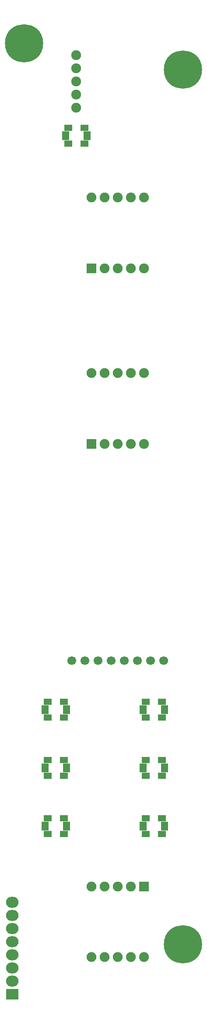
<source format=gbr>
G04 #@! TF.FileFunction,Soldermask,Top*
%FSLAX46Y46*%
G04 Gerber Fmt 4.6, Leading zero omitted, Abs format (unit mm)*
G04 Created by KiCad (PCBNEW 4.0.0-1rc2.201511291916+6190~38~ubuntu14.04.1-stable) date Mon 14 Mar 2016 12:19:52 PM PDT*
%MOMM*%
G01*
G04 APERTURE LIST*
%ADD10C,0.100000*%
%ADD11R,2.432000X2.127200*%
%ADD12O,2.432000X2.127200*%
%ADD13C,1.900000*%
%ADD14R,1.900000X1.900000*%
%ADD15C,1.700000*%
%ADD16R,1.550000X1.150000*%
%ADD17R,1.350000X1.800000*%
%ADD18C,7.400000*%
G04 APERTURE END LIST*
D10*
D11*
X101600000Y-189484000D03*
D12*
X101600000Y-186944000D03*
X101600000Y-184404000D03*
X101600000Y-181864000D03*
X101600000Y-179324000D03*
X101600000Y-176784000D03*
X101600000Y-174244000D03*
X101600000Y-171704000D03*
D13*
X114000000Y-7920000D03*
X114000000Y-10460000D03*
X114000000Y-13000000D03*
X114000000Y-15540000D03*
X114000000Y-18080000D03*
X127080000Y-182350000D03*
X124540000Y-182350000D03*
X122000000Y-182350000D03*
X119460000Y-182350000D03*
X116920000Y-182350000D03*
D14*
X127080000Y-168650000D03*
D13*
X124540000Y-168650000D03*
X116920000Y-168650000D03*
X119460000Y-168650000D03*
X122000000Y-168650000D03*
X116920000Y-35400000D03*
X119460000Y-35400000D03*
X122000000Y-35400000D03*
X124540000Y-35400000D03*
X127080000Y-35400000D03*
D14*
X116920000Y-49100000D03*
D13*
X119460000Y-49100000D03*
X127080000Y-49100000D03*
X124540000Y-49100000D03*
X122000000Y-49100000D03*
X116920000Y-69400000D03*
X119460000Y-69400000D03*
X122000000Y-69400000D03*
X124540000Y-69400000D03*
X127080000Y-69400000D03*
D14*
X116920000Y-83100000D03*
D13*
X119460000Y-83100000D03*
X127080000Y-83100000D03*
X124540000Y-83100000D03*
X122000000Y-83100000D03*
D15*
X130890000Y-124990000D03*
X128350000Y-124990000D03*
X125810000Y-124990000D03*
X123270000Y-124990000D03*
X120730000Y-124990000D03*
X118190000Y-124990000D03*
X115650000Y-124990000D03*
X113110000Y-124990000D03*
D16*
X112425000Y-21975000D03*
X115575000Y-21975000D03*
X112425000Y-25025000D03*
D17*
X116075000Y-23500000D03*
X111925000Y-23500000D03*
D16*
X115575000Y-25025000D03*
X108425000Y-132975000D03*
X111575000Y-132975000D03*
X108425000Y-136025000D03*
D17*
X112075000Y-134500000D03*
X107925000Y-134500000D03*
D16*
X111575000Y-136025000D03*
X108425000Y-144225000D03*
X111575000Y-144225000D03*
X108425000Y-147275000D03*
D17*
X112075000Y-145750000D03*
X107925000Y-145750000D03*
D16*
X111575000Y-147275000D03*
X108425000Y-155475000D03*
X111575000Y-155475000D03*
X108425000Y-158525000D03*
D17*
X112075000Y-157000000D03*
X107925000Y-157000000D03*
D16*
X111575000Y-158525000D03*
X130575000Y-136025000D03*
X127425000Y-136025000D03*
X130575000Y-132975000D03*
D17*
X126925000Y-134500000D03*
X131075000Y-134500000D03*
D16*
X127425000Y-132975000D03*
X130575000Y-147275000D03*
X127425000Y-147275000D03*
X130575000Y-144225000D03*
D17*
X126925000Y-145750000D03*
X131075000Y-145750000D03*
D16*
X127425000Y-144225000D03*
X130575000Y-158525000D03*
X127425000Y-158525000D03*
X130575000Y-155475000D03*
D17*
X126925000Y-157000000D03*
X131075000Y-157000000D03*
D16*
X127425000Y-155475000D03*
D18*
X134620000Y-10668000D03*
X103886000Y-5588000D03*
X134620000Y-179832000D03*
M02*

</source>
